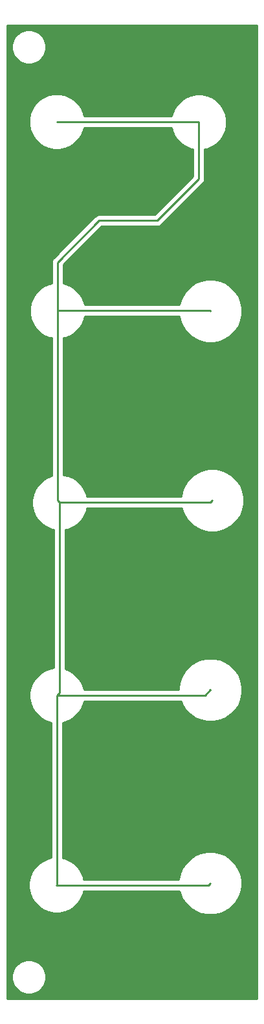
<source format=gbr>
G04 #@! TF.GenerationSoftware,KiCad,Pcbnew,5.1.6-1.fc31*
G04 #@! TF.CreationDate,2020-06-19T15:26:16-04:00*
G04 #@! TF.ProjectId,ChordArrayFacePlate,43686f72-6441-4727-9261-794661636550,rev?*
G04 #@! TF.SameCoordinates,Original*
G04 #@! TF.FileFunction,Copper,L1,Top*
G04 #@! TF.FilePolarity,Positive*
%FSLAX46Y46*%
G04 Gerber Fmt 4.6, Leading zero omitted, Abs format (unit mm)*
G04 Created by KiCad (PCBNEW 5.1.6-1.fc31) date 2020-06-19 15:26:16*
%MOMM*%
%LPD*%
G01*
G04 APERTURE LIST*
G04 #@! TA.AperFunction,Conductor*
%ADD10C,0.250000*%
G04 #@! TD*
G04 #@! TA.AperFunction,NonConductor*
%ADD11C,0.254000*%
G04 #@! TD*
G04 APERTURE END LIST*
D10*
G04 #@! TO.N,*
X144175000Y-44275000D02*
X144225000Y-44325000D01*
X125625000Y-44275000D02*
X144175000Y-44275000D01*
X145725000Y-68975000D02*
X145750000Y-69000000D01*
X125725000Y-68975000D02*
X145725000Y-68975000D01*
X145725000Y-94025000D02*
X146000000Y-93750000D01*
X126025000Y-94025000D02*
X145725000Y-94025000D01*
X145025000Y-119225000D02*
X145750000Y-118500000D01*
X125650000Y-119225000D02*
X145025000Y-119225000D01*
X145450000Y-144000000D02*
X145700000Y-143750000D01*
X125600000Y-144000000D02*
X145450000Y-144000000D01*
X144225000Y-44325000D02*
X144225000Y-51755000D01*
X144225000Y-51755000D02*
X138790000Y-57190000D01*
X138790000Y-57190000D02*
X131170000Y-57190000D01*
X125725000Y-62635000D02*
X125725000Y-68975000D01*
X131170000Y-57190000D02*
X125725000Y-62635000D01*
X125725000Y-93725000D02*
X126025000Y-94025000D01*
X125725000Y-68975000D02*
X125725000Y-93725000D01*
X126025000Y-118850000D02*
X125650000Y-119225000D01*
X126025000Y-94025000D02*
X126025000Y-118850000D01*
X125650000Y-143950000D02*
X125600000Y-144000000D01*
X125650000Y-119225000D02*
X125650000Y-143950000D01*
G04 #@! TD*
D11*
G36*
X151840001Y-38967581D02*
G01*
X151840000Y-53532418D01*
X151840001Y-53532428D01*
X151840000Y-134467581D01*
X151840000Y-134467582D01*
X151840001Y-151467572D01*
X151840000Y-151467582D01*
X151840001Y-158840000D01*
X119160000Y-158840000D01*
X119160000Y-155779872D01*
X119765000Y-155779872D01*
X119765000Y-156220128D01*
X119850890Y-156651925D01*
X120019369Y-157058669D01*
X120263962Y-157424729D01*
X120575271Y-157736038D01*
X120941331Y-157980631D01*
X121348075Y-158149110D01*
X121779872Y-158235000D01*
X122220128Y-158235000D01*
X122651925Y-158149110D01*
X123058669Y-157980631D01*
X123424729Y-157736038D01*
X123736038Y-157424729D01*
X123980631Y-157058669D01*
X124149110Y-156651925D01*
X124235000Y-156220128D01*
X124235000Y-155779872D01*
X124149110Y-155348075D01*
X123980631Y-154941331D01*
X123736038Y-154575271D01*
X123424729Y-154263962D01*
X123058669Y-154019369D01*
X122651925Y-153850890D01*
X122220128Y-153765000D01*
X121779872Y-153765000D01*
X121348075Y-153850890D01*
X120941331Y-154019369D01*
X120575271Y-154263962D01*
X120263962Y-154575271D01*
X120019369Y-154941331D01*
X119850890Y-155348075D01*
X119765000Y-155779872D01*
X119160000Y-155779872D01*
X119160000Y-143641984D01*
X121965000Y-143641984D01*
X121965000Y-144358016D01*
X122104691Y-145060290D01*
X122378705Y-145721818D01*
X122776511Y-146317177D01*
X123282823Y-146823489D01*
X123878182Y-147221295D01*
X124539710Y-147495309D01*
X125241984Y-147635000D01*
X125958016Y-147635000D01*
X126660290Y-147495309D01*
X127321818Y-147221295D01*
X127917177Y-146823489D01*
X128423489Y-146317177D01*
X128821295Y-145721818D01*
X129095309Y-145060290D01*
X129155040Y-144760000D01*
X141684892Y-144760000D01*
X141723906Y-144956135D01*
X142035611Y-145708657D01*
X142488136Y-146385909D01*
X143064091Y-146961864D01*
X143741343Y-147414389D01*
X144493865Y-147726094D01*
X145292738Y-147885000D01*
X146107262Y-147885000D01*
X146906135Y-147726094D01*
X147658657Y-147414389D01*
X148335909Y-146961864D01*
X148911864Y-146385909D01*
X149364389Y-145708657D01*
X149676094Y-144956135D01*
X149835000Y-144157262D01*
X149835000Y-143342738D01*
X149676094Y-142543865D01*
X149364389Y-141791343D01*
X148911864Y-141114091D01*
X148335909Y-140538136D01*
X147658657Y-140085611D01*
X146906135Y-139773906D01*
X146107262Y-139615000D01*
X145292738Y-139615000D01*
X144493865Y-139773906D01*
X143741343Y-140085611D01*
X143064091Y-140538136D01*
X142488136Y-141114091D01*
X142035611Y-141791343D01*
X141723906Y-142543865D01*
X141585436Y-143240000D01*
X129155040Y-143240000D01*
X129095309Y-142939710D01*
X128821295Y-142278182D01*
X128423489Y-141682823D01*
X127917177Y-141176511D01*
X127321818Y-140778705D01*
X126660290Y-140504691D01*
X126410000Y-140454905D01*
X126410000Y-122780040D01*
X126710290Y-122720309D01*
X127371818Y-122446295D01*
X127967177Y-122048489D01*
X128473489Y-121542177D01*
X128871295Y-120946818D01*
X129145309Y-120285290D01*
X129205040Y-119985000D01*
X141889416Y-119985000D01*
X142085611Y-120458657D01*
X142538136Y-121135909D01*
X143114091Y-121711864D01*
X143791343Y-122164389D01*
X144543865Y-122476094D01*
X145342738Y-122635000D01*
X146157262Y-122635000D01*
X146956135Y-122476094D01*
X147708657Y-122164389D01*
X148385909Y-121711864D01*
X148961864Y-121135909D01*
X149414389Y-120458657D01*
X149726094Y-119706135D01*
X149885000Y-118907262D01*
X149885000Y-118092738D01*
X149726094Y-117293865D01*
X149414389Y-116541343D01*
X148961864Y-115864091D01*
X148385909Y-115288136D01*
X147708657Y-114835611D01*
X146956135Y-114523906D01*
X146157262Y-114365000D01*
X145342738Y-114365000D01*
X144543865Y-114523906D01*
X143791343Y-114835611D01*
X143114091Y-115288136D01*
X142538136Y-115864091D01*
X142085611Y-116541343D01*
X141773906Y-117293865D01*
X141615000Y-118092738D01*
X141615000Y-118465000D01*
X129205040Y-118465000D01*
X129145309Y-118164710D01*
X128871295Y-117503182D01*
X128473489Y-116907823D01*
X127967177Y-116401511D01*
X127371818Y-116003705D01*
X126785000Y-115760637D01*
X126785000Y-97580040D01*
X127085290Y-97520309D01*
X127746818Y-97246295D01*
X128342177Y-96848489D01*
X128848489Y-96342177D01*
X129246295Y-95746818D01*
X129520309Y-95085290D01*
X129580040Y-94785000D01*
X141989865Y-94785000D01*
X142023906Y-94956135D01*
X142335611Y-95708657D01*
X142788136Y-96385909D01*
X143364091Y-96961864D01*
X144041343Y-97414389D01*
X144793865Y-97726094D01*
X145592738Y-97885000D01*
X146407262Y-97885000D01*
X147206135Y-97726094D01*
X147958657Y-97414389D01*
X148635909Y-96961864D01*
X149211864Y-96385909D01*
X149664389Y-95708657D01*
X149976094Y-94956135D01*
X150135000Y-94157262D01*
X150135000Y-93342738D01*
X149976094Y-92543865D01*
X149664389Y-91791343D01*
X149211864Y-91114091D01*
X148635909Y-90538136D01*
X147958657Y-90085611D01*
X147206135Y-89773906D01*
X146407262Y-89615000D01*
X145592738Y-89615000D01*
X144793865Y-89773906D01*
X144041343Y-90085611D01*
X143364091Y-90538136D01*
X142788136Y-91114091D01*
X142335611Y-91791343D01*
X142023906Y-92543865D01*
X141880463Y-93265000D01*
X129580040Y-93265000D01*
X129520309Y-92964710D01*
X129246295Y-92303182D01*
X128848489Y-91707823D01*
X128342177Y-91201511D01*
X127746818Y-90803705D01*
X127085290Y-90529691D01*
X126485000Y-90410286D01*
X126485000Y-72530040D01*
X126785290Y-72470309D01*
X127446818Y-72196295D01*
X128042177Y-71798489D01*
X128548489Y-71292177D01*
X128946295Y-70696818D01*
X129220309Y-70035290D01*
X129280040Y-69735000D01*
X141680191Y-69735000D01*
X141773906Y-70206135D01*
X142085611Y-70958657D01*
X142538136Y-71635909D01*
X143114091Y-72211864D01*
X143791343Y-72664389D01*
X144543865Y-72976094D01*
X145342738Y-73135000D01*
X146157262Y-73135000D01*
X146956135Y-72976094D01*
X147708657Y-72664389D01*
X148385909Y-72211864D01*
X148961864Y-71635909D01*
X149414389Y-70958657D01*
X149726094Y-70206135D01*
X149885000Y-69407262D01*
X149885000Y-68592738D01*
X149726094Y-67793865D01*
X149414389Y-67041343D01*
X148961864Y-66364091D01*
X148385909Y-65788136D01*
X147708657Y-65335611D01*
X146956135Y-65023906D01*
X146157262Y-64865000D01*
X145342738Y-64865000D01*
X144543865Y-65023906D01*
X143791343Y-65335611D01*
X143114091Y-65788136D01*
X142538136Y-66364091D01*
X142085611Y-67041343D01*
X141773906Y-67793865D01*
X141690137Y-68215000D01*
X129280040Y-68215000D01*
X129220309Y-67914710D01*
X128946295Y-67253182D01*
X128548489Y-66657823D01*
X128042177Y-66151511D01*
X127446818Y-65753705D01*
X126785290Y-65479691D01*
X126485000Y-65419960D01*
X126485000Y-62949801D01*
X131484802Y-57950000D01*
X138752678Y-57950000D01*
X138790000Y-57953676D01*
X138827322Y-57950000D01*
X138827333Y-57950000D01*
X138938986Y-57939003D01*
X139082247Y-57895546D01*
X139214276Y-57824974D01*
X139330001Y-57730001D01*
X139353804Y-57700997D01*
X144736003Y-52318799D01*
X144765001Y-52295001D01*
X144859974Y-52179276D01*
X144930546Y-52047247D01*
X144974003Y-51903986D01*
X144985000Y-51792333D01*
X144985000Y-51792325D01*
X144988676Y-51755000D01*
X144985000Y-51717675D01*
X144985000Y-47880040D01*
X145285290Y-47820309D01*
X145946818Y-47546295D01*
X146542177Y-47148489D01*
X147048489Y-46642177D01*
X147446295Y-46046818D01*
X147720309Y-45385290D01*
X147860000Y-44683016D01*
X147860000Y-43966984D01*
X147720309Y-43264710D01*
X147446295Y-42603182D01*
X147048489Y-42007823D01*
X146542177Y-41501511D01*
X145946818Y-41103705D01*
X145285290Y-40829691D01*
X144583016Y-40690000D01*
X143866984Y-40690000D01*
X143164710Y-40829691D01*
X142503182Y-41103705D01*
X141907823Y-41501511D01*
X141401511Y-42007823D01*
X141003705Y-42603182D01*
X140729691Y-43264710D01*
X140679905Y-43515000D01*
X129180040Y-43515000D01*
X129120309Y-43214710D01*
X128846295Y-42553182D01*
X128448489Y-41957823D01*
X127942177Y-41451511D01*
X127346818Y-41053705D01*
X126685290Y-40779691D01*
X125983016Y-40640000D01*
X125266984Y-40640000D01*
X124564710Y-40779691D01*
X123903182Y-41053705D01*
X123307823Y-41451511D01*
X122801511Y-41957823D01*
X122403705Y-42553182D01*
X122129691Y-43214710D01*
X121990000Y-43916984D01*
X121990000Y-44633016D01*
X122129691Y-45335290D01*
X122403705Y-45996818D01*
X122801511Y-46592177D01*
X123307823Y-47098489D01*
X123903182Y-47496295D01*
X124564710Y-47770309D01*
X125266984Y-47910000D01*
X125983016Y-47910000D01*
X126685290Y-47770309D01*
X127346818Y-47496295D01*
X127942177Y-47098489D01*
X128448489Y-46592177D01*
X128846295Y-45996818D01*
X129120309Y-45335290D01*
X129180040Y-45035000D01*
X140660014Y-45035000D01*
X140729691Y-45385290D01*
X141003705Y-46046818D01*
X141401511Y-46642177D01*
X141907823Y-47148489D01*
X142503182Y-47546295D01*
X143164710Y-47820309D01*
X143465000Y-47880040D01*
X143465001Y-51440197D01*
X138475199Y-56430000D01*
X131207323Y-56430000D01*
X131170000Y-56426324D01*
X131132677Y-56430000D01*
X131132667Y-56430000D01*
X131021014Y-56440997D01*
X130877753Y-56484454D01*
X130745724Y-56555026D01*
X130629999Y-56649999D01*
X130606201Y-56678997D01*
X125214003Y-62071196D01*
X125184999Y-62094999D01*
X125129871Y-62162174D01*
X125090026Y-62210724D01*
X125019455Y-62342753D01*
X125019454Y-62342754D01*
X124975997Y-62486015D01*
X124965000Y-62597668D01*
X124965000Y-62597678D01*
X124961324Y-62635000D01*
X124965000Y-62672323D01*
X124965000Y-65419960D01*
X124664710Y-65479691D01*
X124003182Y-65753705D01*
X123407823Y-66151511D01*
X122901511Y-66657823D01*
X122503705Y-67253182D01*
X122229691Y-67914710D01*
X122090000Y-68616984D01*
X122090000Y-69333016D01*
X122229691Y-70035290D01*
X122503705Y-70696818D01*
X122901511Y-71292177D01*
X123407823Y-71798489D01*
X124003182Y-72196295D01*
X124664710Y-72470309D01*
X124965000Y-72530040D01*
X124965001Y-90529633D01*
X124964710Y-90529691D01*
X124303182Y-90803705D01*
X123707823Y-91201511D01*
X123201511Y-91707823D01*
X122803705Y-92303182D01*
X122529691Y-92964710D01*
X122390000Y-93666984D01*
X122390000Y-94383016D01*
X122529691Y-95085290D01*
X122803705Y-95746818D01*
X123201511Y-96342177D01*
X123707823Y-96848489D01*
X124303182Y-97246295D01*
X124964710Y-97520309D01*
X125265000Y-97580040D01*
X125265001Y-115595367D01*
X124589710Y-115729691D01*
X123928182Y-116003705D01*
X123332823Y-116401511D01*
X122826511Y-116907823D01*
X122428705Y-117503182D01*
X122154691Y-118164710D01*
X122015000Y-118866984D01*
X122015000Y-119583016D01*
X122154691Y-120285290D01*
X122428705Y-120946818D01*
X122826511Y-121542177D01*
X123332823Y-122048489D01*
X123928182Y-122446295D01*
X124589710Y-122720309D01*
X124890000Y-122780040D01*
X124890001Y-140435014D01*
X124539710Y-140504691D01*
X123878182Y-140778705D01*
X123282823Y-141176511D01*
X122776511Y-141682823D01*
X122378705Y-142278182D01*
X122104691Y-142939710D01*
X121965000Y-143641984D01*
X119160000Y-143641984D01*
X119160000Y-34279872D01*
X119765000Y-34279872D01*
X119765000Y-34720128D01*
X119850890Y-35151925D01*
X120019369Y-35558669D01*
X120263962Y-35924729D01*
X120575271Y-36236038D01*
X120941331Y-36480631D01*
X121348075Y-36649110D01*
X121779872Y-36735000D01*
X122220128Y-36735000D01*
X122651925Y-36649110D01*
X123058669Y-36480631D01*
X123424729Y-36236038D01*
X123736038Y-35924729D01*
X123980631Y-35558669D01*
X124149110Y-35151925D01*
X124235000Y-34720128D01*
X124235000Y-34279872D01*
X124149110Y-33848075D01*
X123980631Y-33441331D01*
X123736038Y-33075271D01*
X123424729Y-32763962D01*
X123058669Y-32519369D01*
X122651925Y-32350890D01*
X122220128Y-32265000D01*
X121779872Y-32265000D01*
X121348075Y-32350890D01*
X120941331Y-32519369D01*
X120575271Y-32763962D01*
X120263962Y-33075271D01*
X120019369Y-33441331D01*
X119850890Y-33848075D01*
X119765000Y-34279872D01*
X119160000Y-34279872D01*
X119160000Y-31660000D01*
X151840000Y-31660000D01*
X151840001Y-38967581D01*
G37*
X151840001Y-38967581D02*
X151840000Y-53532418D01*
X151840001Y-53532428D01*
X151840000Y-134467581D01*
X151840000Y-134467582D01*
X151840001Y-151467572D01*
X151840000Y-151467582D01*
X151840001Y-158840000D01*
X119160000Y-158840000D01*
X119160000Y-155779872D01*
X119765000Y-155779872D01*
X119765000Y-156220128D01*
X119850890Y-156651925D01*
X120019369Y-157058669D01*
X120263962Y-157424729D01*
X120575271Y-157736038D01*
X120941331Y-157980631D01*
X121348075Y-158149110D01*
X121779872Y-158235000D01*
X122220128Y-158235000D01*
X122651925Y-158149110D01*
X123058669Y-157980631D01*
X123424729Y-157736038D01*
X123736038Y-157424729D01*
X123980631Y-157058669D01*
X124149110Y-156651925D01*
X124235000Y-156220128D01*
X124235000Y-155779872D01*
X124149110Y-155348075D01*
X123980631Y-154941331D01*
X123736038Y-154575271D01*
X123424729Y-154263962D01*
X123058669Y-154019369D01*
X122651925Y-153850890D01*
X122220128Y-153765000D01*
X121779872Y-153765000D01*
X121348075Y-153850890D01*
X120941331Y-154019369D01*
X120575271Y-154263962D01*
X120263962Y-154575271D01*
X120019369Y-154941331D01*
X119850890Y-155348075D01*
X119765000Y-155779872D01*
X119160000Y-155779872D01*
X119160000Y-143641984D01*
X121965000Y-143641984D01*
X121965000Y-144358016D01*
X122104691Y-145060290D01*
X122378705Y-145721818D01*
X122776511Y-146317177D01*
X123282823Y-146823489D01*
X123878182Y-147221295D01*
X124539710Y-147495309D01*
X125241984Y-147635000D01*
X125958016Y-147635000D01*
X126660290Y-147495309D01*
X127321818Y-147221295D01*
X127917177Y-146823489D01*
X128423489Y-146317177D01*
X128821295Y-145721818D01*
X129095309Y-145060290D01*
X129155040Y-144760000D01*
X141684892Y-144760000D01*
X141723906Y-144956135D01*
X142035611Y-145708657D01*
X142488136Y-146385909D01*
X143064091Y-146961864D01*
X143741343Y-147414389D01*
X144493865Y-147726094D01*
X145292738Y-147885000D01*
X146107262Y-147885000D01*
X146906135Y-147726094D01*
X147658657Y-147414389D01*
X148335909Y-146961864D01*
X148911864Y-146385909D01*
X149364389Y-145708657D01*
X149676094Y-144956135D01*
X149835000Y-144157262D01*
X149835000Y-143342738D01*
X149676094Y-142543865D01*
X149364389Y-141791343D01*
X148911864Y-141114091D01*
X148335909Y-140538136D01*
X147658657Y-140085611D01*
X146906135Y-139773906D01*
X146107262Y-139615000D01*
X145292738Y-139615000D01*
X144493865Y-139773906D01*
X143741343Y-140085611D01*
X143064091Y-140538136D01*
X142488136Y-141114091D01*
X142035611Y-141791343D01*
X141723906Y-142543865D01*
X141585436Y-143240000D01*
X129155040Y-143240000D01*
X129095309Y-142939710D01*
X128821295Y-142278182D01*
X128423489Y-141682823D01*
X127917177Y-141176511D01*
X127321818Y-140778705D01*
X126660290Y-140504691D01*
X126410000Y-140454905D01*
X126410000Y-122780040D01*
X126710290Y-122720309D01*
X127371818Y-122446295D01*
X127967177Y-122048489D01*
X128473489Y-121542177D01*
X128871295Y-120946818D01*
X129145309Y-120285290D01*
X129205040Y-119985000D01*
X141889416Y-119985000D01*
X142085611Y-120458657D01*
X142538136Y-121135909D01*
X143114091Y-121711864D01*
X143791343Y-122164389D01*
X144543865Y-122476094D01*
X145342738Y-122635000D01*
X146157262Y-122635000D01*
X146956135Y-122476094D01*
X147708657Y-122164389D01*
X148385909Y-121711864D01*
X148961864Y-121135909D01*
X149414389Y-120458657D01*
X149726094Y-119706135D01*
X149885000Y-118907262D01*
X149885000Y-118092738D01*
X149726094Y-117293865D01*
X149414389Y-116541343D01*
X148961864Y-115864091D01*
X148385909Y-115288136D01*
X147708657Y-114835611D01*
X146956135Y-114523906D01*
X146157262Y-114365000D01*
X145342738Y-114365000D01*
X144543865Y-114523906D01*
X143791343Y-114835611D01*
X143114091Y-115288136D01*
X142538136Y-115864091D01*
X142085611Y-116541343D01*
X141773906Y-117293865D01*
X141615000Y-118092738D01*
X141615000Y-118465000D01*
X129205040Y-118465000D01*
X129145309Y-118164710D01*
X128871295Y-117503182D01*
X128473489Y-116907823D01*
X127967177Y-116401511D01*
X127371818Y-116003705D01*
X126785000Y-115760637D01*
X126785000Y-97580040D01*
X127085290Y-97520309D01*
X127746818Y-97246295D01*
X128342177Y-96848489D01*
X128848489Y-96342177D01*
X129246295Y-95746818D01*
X129520309Y-95085290D01*
X129580040Y-94785000D01*
X141989865Y-94785000D01*
X142023906Y-94956135D01*
X142335611Y-95708657D01*
X142788136Y-96385909D01*
X143364091Y-96961864D01*
X144041343Y-97414389D01*
X144793865Y-97726094D01*
X145592738Y-97885000D01*
X146407262Y-97885000D01*
X147206135Y-97726094D01*
X147958657Y-97414389D01*
X148635909Y-96961864D01*
X149211864Y-96385909D01*
X149664389Y-95708657D01*
X149976094Y-94956135D01*
X150135000Y-94157262D01*
X150135000Y-93342738D01*
X149976094Y-92543865D01*
X149664389Y-91791343D01*
X149211864Y-91114091D01*
X148635909Y-90538136D01*
X147958657Y-90085611D01*
X147206135Y-89773906D01*
X146407262Y-89615000D01*
X145592738Y-89615000D01*
X144793865Y-89773906D01*
X144041343Y-90085611D01*
X143364091Y-90538136D01*
X142788136Y-91114091D01*
X142335611Y-91791343D01*
X142023906Y-92543865D01*
X141880463Y-93265000D01*
X129580040Y-93265000D01*
X129520309Y-92964710D01*
X129246295Y-92303182D01*
X128848489Y-91707823D01*
X128342177Y-91201511D01*
X127746818Y-90803705D01*
X127085290Y-90529691D01*
X126485000Y-90410286D01*
X126485000Y-72530040D01*
X126785290Y-72470309D01*
X127446818Y-72196295D01*
X128042177Y-71798489D01*
X128548489Y-71292177D01*
X128946295Y-70696818D01*
X129220309Y-70035290D01*
X129280040Y-69735000D01*
X141680191Y-69735000D01*
X141773906Y-70206135D01*
X142085611Y-70958657D01*
X142538136Y-71635909D01*
X143114091Y-72211864D01*
X143791343Y-72664389D01*
X144543865Y-72976094D01*
X145342738Y-73135000D01*
X146157262Y-73135000D01*
X146956135Y-72976094D01*
X147708657Y-72664389D01*
X148385909Y-72211864D01*
X148961864Y-71635909D01*
X149414389Y-70958657D01*
X149726094Y-70206135D01*
X149885000Y-69407262D01*
X149885000Y-68592738D01*
X149726094Y-67793865D01*
X149414389Y-67041343D01*
X148961864Y-66364091D01*
X148385909Y-65788136D01*
X147708657Y-65335611D01*
X146956135Y-65023906D01*
X146157262Y-64865000D01*
X145342738Y-64865000D01*
X144543865Y-65023906D01*
X143791343Y-65335611D01*
X143114091Y-65788136D01*
X142538136Y-66364091D01*
X142085611Y-67041343D01*
X141773906Y-67793865D01*
X141690137Y-68215000D01*
X129280040Y-68215000D01*
X129220309Y-67914710D01*
X128946295Y-67253182D01*
X128548489Y-66657823D01*
X128042177Y-66151511D01*
X127446818Y-65753705D01*
X126785290Y-65479691D01*
X126485000Y-65419960D01*
X126485000Y-62949801D01*
X131484802Y-57950000D01*
X138752678Y-57950000D01*
X138790000Y-57953676D01*
X138827322Y-57950000D01*
X138827333Y-57950000D01*
X138938986Y-57939003D01*
X139082247Y-57895546D01*
X139214276Y-57824974D01*
X139330001Y-57730001D01*
X139353804Y-57700997D01*
X144736003Y-52318799D01*
X144765001Y-52295001D01*
X144859974Y-52179276D01*
X144930546Y-52047247D01*
X144974003Y-51903986D01*
X144985000Y-51792333D01*
X144985000Y-51792325D01*
X144988676Y-51755000D01*
X144985000Y-51717675D01*
X144985000Y-47880040D01*
X145285290Y-47820309D01*
X145946818Y-47546295D01*
X146542177Y-47148489D01*
X147048489Y-46642177D01*
X147446295Y-46046818D01*
X147720309Y-45385290D01*
X147860000Y-44683016D01*
X147860000Y-43966984D01*
X147720309Y-43264710D01*
X147446295Y-42603182D01*
X147048489Y-42007823D01*
X146542177Y-41501511D01*
X145946818Y-41103705D01*
X145285290Y-40829691D01*
X144583016Y-40690000D01*
X143866984Y-40690000D01*
X143164710Y-40829691D01*
X142503182Y-41103705D01*
X141907823Y-41501511D01*
X141401511Y-42007823D01*
X141003705Y-42603182D01*
X140729691Y-43264710D01*
X140679905Y-43515000D01*
X129180040Y-43515000D01*
X129120309Y-43214710D01*
X128846295Y-42553182D01*
X128448489Y-41957823D01*
X127942177Y-41451511D01*
X127346818Y-41053705D01*
X126685290Y-40779691D01*
X125983016Y-40640000D01*
X125266984Y-40640000D01*
X124564710Y-40779691D01*
X123903182Y-41053705D01*
X123307823Y-41451511D01*
X122801511Y-41957823D01*
X122403705Y-42553182D01*
X122129691Y-43214710D01*
X121990000Y-43916984D01*
X121990000Y-44633016D01*
X122129691Y-45335290D01*
X122403705Y-45996818D01*
X122801511Y-46592177D01*
X123307823Y-47098489D01*
X123903182Y-47496295D01*
X124564710Y-47770309D01*
X125266984Y-47910000D01*
X125983016Y-47910000D01*
X126685290Y-47770309D01*
X127346818Y-47496295D01*
X127942177Y-47098489D01*
X128448489Y-46592177D01*
X128846295Y-45996818D01*
X129120309Y-45335290D01*
X129180040Y-45035000D01*
X140660014Y-45035000D01*
X140729691Y-45385290D01*
X141003705Y-46046818D01*
X141401511Y-46642177D01*
X141907823Y-47148489D01*
X142503182Y-47546295D01*
X143164710Y-47820309D01*
X143465000Y-47880040D01*
X143465001Y-51440197D01*
X138475199Y-56430000D01*
X131207323Y-56430000D01*
X131170000Y-56426324D01*
X131132677Y-56430000D01*
X131132667Y-56430000D01*
X131021014Y-56440997D01*
X130877753Y-56484454D01*
X130745724Y-56555026D01*
X130629999Y-56649999D01*
X130606201Y-56678997D01*
X125214003Y-62071196D01*
X125184999Y-62094999D01*
X125129871Y-62162174D01*
X125090026Y-62210724D01*
X125019455Y-62342753D01*
X125019454Y-62342754D01*
X124975997Y-62486015D01*
X124965000Y-62597668D01*
X124965000Y-62597678D01*
X124961324Y-62635000D01*
X124965000Y-62672323D01*
X124965000Y-65419960D01*
X124664710Y-65479691D01*
X124003182Y-65753705D01*
X123407823Y-66151511D01*
X122901511Y-66657823D01*
X122503705Y-67253182D01*
X122229691Y-67914710D01*
X122090000Y-68616984D01*
X122090000Y-69333016D01*
X122229691Y-70035290D01*
X122503705Y-70696818D01*
X122901511Y-71292177D01*
X123407823Y-71798489D01*
X124003182Y-72196295D01*
X124664710Y-72470309D01*
X124965000Y-72530040D01*
X124965001Y-90529633D01*
X124964710Y-90529691D01*
X124303182Y-90803705D01*
X123707823Y-91201511D01*
X123201511Y-91707823D01*
X122803705Y-92303182D01*
X122529691Y-92964710D01*
X122390000Y-93666984D01*
X122390000Y-94383016D01*
X122529691Y-95085290D01*
X122803705Y-95746818D01*
X123201511Y-96342177D01*
X123707823Y-96848489D01*
X124303182Y-97246295D01*
X124964710Y-97520309D01*
X125265000Y-97580040D01*
X125265001Y-115595367D01*
X124589710Y-115729691D01*
X123928182Y-116003705D01*
X123332823Y-116401511D01*
X122826511Y-116907823D01*
X122428705Y-117503182D01*
X122154691Y-118164710D01*
X122015000Y-118866984D01*
X122015000Y-119583016D01*
X122154691Y-120285290D01*
X122428705Y-120946818D01*
X122826511Y-121542177D01*
X123332823Y-122048489D01*
X123928182Y-122446295D01*
X124589710Y-122720309D01*
X124890000Y-122780040D01*
X124890001Y-140435014D01*
X124539710Y-140504691D01*
X123878182Y-140778705D01*
X123282823Y-141176511D01*
X122776511Y-141682823D01*
X122378705Y-142278182D01*
X122104691Y-142939710D01*
X121965000Y-143641984D01*
X119160000Y-143641984D01*
X119160000Y-34279872D01*
X119765000Y-34279872D01*
X119765000Y-34720128D01*
X119850890Y-35151925D01*
X120019369Y-35558669D01*
X120263962Y-35924729D01*
X120575271Y-36236038D01*
X120941331Y-36480631D01*
X121348075Y-36649110D01*
X121779872Y-36735000D01*
X122220128Y-36735000D01*
X122651925Y-36649110D01*
X123058669Y-36480631D01*
X123424729Y-36236038D01*
X123736038Y-35924729D01*
X123980631Y-35558669D01*
X124149110Y-35151925D01*
X124235000Y-34720128D01*
X124235000Y-34279872D01*
X124149110Y-33848075D01*
X123980631Y-33441331D01*
X123736038Y-33075271D01*
X123424729Y-32763962D01*
X123058669Y-32519369D01*
X122651925Y-32350890D01*
X122220128Y-32265000D01*
X121779872Y-32265000D01*
X121348075Y-32350890D01*
X120941331Y-32519369D01*
X120575271Y-32763962D01*
X120263962Y-33075271D01*
X120019369Y-33441331D01*
X119850890Y-33848075D01*
X119765000Y-34279872D01*
X119160000Y-34279872D01*
X119160000Y-31660000D01*
X151840000Y-31660000D01*
X151840001Y-38967581D01*
M02*

</source>
